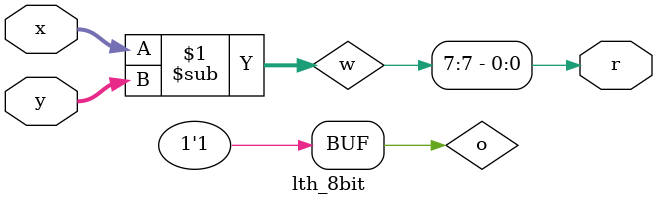
<source format=v>
module lth_8bit( output wire                  r,
                 input  wire signed [ 7 : 0 ] x,
                 input  wire signed [ 7 : 0 ] y );

   wire 			    [ 7 : 0 ] w;
   wire 				      o;
   assign o = 1;
 				      
   // Replace with sub_8bit module when complete.
   assign w = x - y;

   and t0( r, w[7], o );

endmodule

</source>
